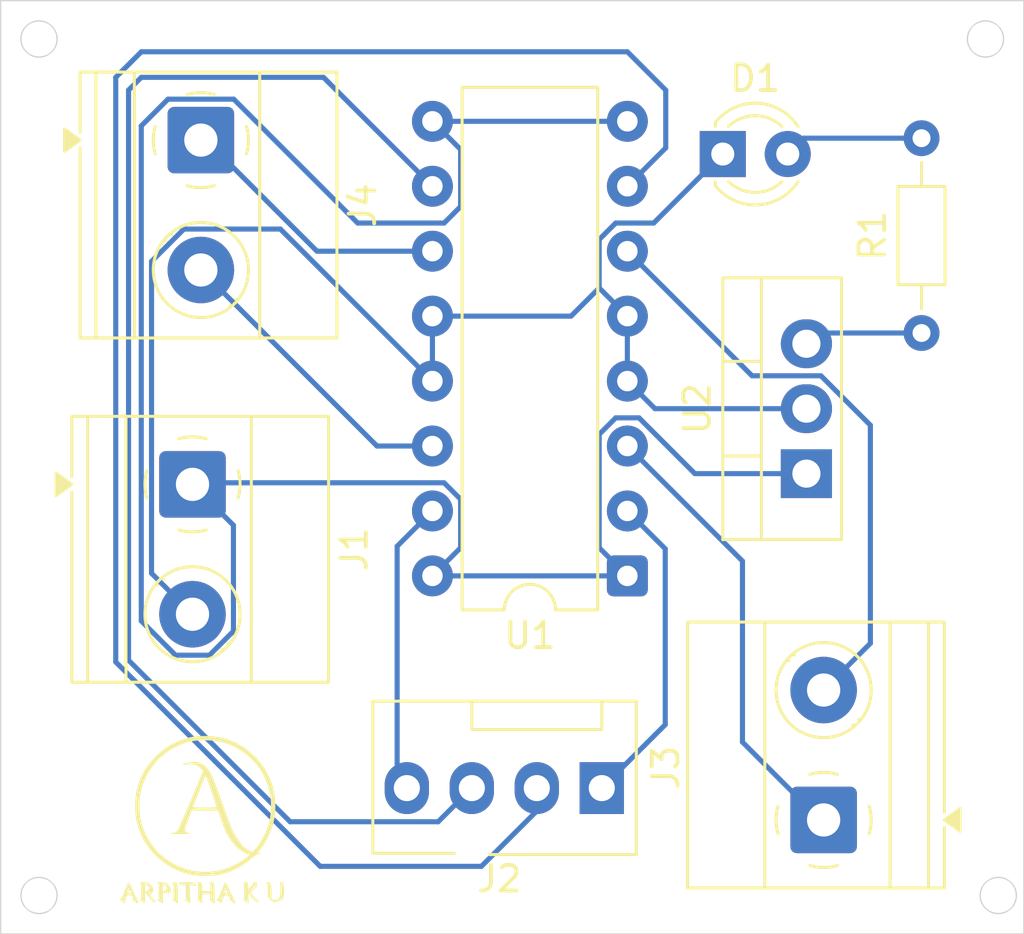
<source format=kicad_pcb>
(kicad_pcb (version 20241229) (generator "pcbnew") (generator_version "9.0")
  (layers (0 "F.Cu" signal) (2 "B.Cu" signal) (13 "F.Paste" user) (15 "B.Paste" user) (5 "F.SilkS" user "F.Silkscreen") (7 "B.SilkS" user "B.Silkscreen") (1 "F.Mask" user) (3 "B.Mask" user) (25 "Edge.Cuts" user))
  (net 0 "")
  (net 1 "Net-(D1-A)")
  (net 2 "GND")
  (net 3 "VCC")
  (net 4 "Net-(J2-Pin_3)")
  (net 5 "Net-(J2-Pin_2)")
  (net 6 "Net-(J2-Pin_4)")
  (net 7 "Net-(J2-Pin_1)")
  (net 8 "Net-(J3-Pin_2)")
  (net 9 "Net-(J3-Pin_1)")
  (net 10 "Net-(J4-Pin_2)")
  (net 11 "Net-(J4-Pin_1)")
  (net 12 "Net-(U2-OUT)")
  (footprint "TerminalBlock_Phoenix:TerminalBlock_Phoenix_MKDS-1,5-2-5.08_1x02_P5.08mm_Horizontal" (layer "F.Cu") (at 149.46 108.125 90)
    (property "Reference" "J3" (at 2.045 -6.1725 90) (layer "F.SilkS"))
    (property "Value" "motor 1")
    (pad "1" thru_hole roundrect (at 0 0 90) (size 2.6 2.6) (drill 1.3) (layers "*.Cu" "*.Mask") (roundrect_rratio 0.096154) (net 9 "Net-(J3-Pin_1)"))
    (pad "2" thru_hole circle (at 5.08 0 90) (size 2.6 2.6) (drill 1.3) (layers "*.Cu" "*.Mask") (net 8 "Net-(J3-Pin_2)"))
  )
  (footprint "Resistor_THT:R_Axial_DIN0204_L3.6mm_D1.6mm_P7.62mm_Horizontal" (layer "F.Cu") (at 153.2875 89.08 90)
    (property "Reference" "R1" (at 3.81 -1.92 90) (layer "F.SilkS"))
    (property "Value" "R")
    (pad "1" thru_hole circle (at 0 0 90) (size 1.4 1.4) (drill 0.7) (layers "*.Cu" "*.Mask") (net 12 "Net-(U2-OUT)"))
    (pad "2" thru_hole oval (at 7.62 0 90) (size 1.4 1.4) (drill 0.7) (layers "*.Cu" "*.Mask") (net 1 "Net-(D1-A)"))
  )
  (footprint "TerminalBlock_Phoenix:TerminalBlock_Phoenix_MKDS-1,5-2-5.08_1x02_P5.08mm_Horizontal" (layer "F.Cu") (at 124.7875 95 -90)
    (property "Reference" "J1" (at 2.54 -6.32 90) (layer "F.SilkS"))
    (property "Value" "Screw_Terminal_01x02")
    (pad "1" thru_hole roundrect (at 0 0 270) (size 2.6 2.6) (drill 1.3) (layers "*.Cu" "*.Mask") (roundrect_rratio 0.096154) (net 3 "VCC"))
    (pad "2" thru_hole circle (at 5.08 0 270) (size 2.6 2.6) (drill 1.3) (layers "*.Cu" "*.Mask") (net 2 "GND"))
  )
  (footprint "Package_TO_SOT_THT:TO-220-3_Vertical" (layer "F.Cu") (at 148.7875 94.58 90)
    (property "Reference" "U2" (at 2.54 -4.27 90) (layer "F.SilkS"))
    (property "Value" "L7805")
    (pad "1" thru_hole rect (at 0 0 90) (size 1.905 2) (drill 1.1) (layers "*.Cu" "*.Mask") (net 3 "VCC"))
    (pad "2" thru_hole oval (at 2.54 0 90) (size 1.905 2) (drill 1.1) (layers "*.Cu" "*.Mask") (net 2 "GND"))
    (pad "3" thru_hole oval (at 5.08 0 90) (size 1.905 2) (drill 1.1) (layers "*.Cu" "*.Mask") (net 12 "Net-(U2-OUT)"))
  )
  (footprint "Connector:FanPinHeader_1x04_P2.54mm_Vertical" (layer "F.Cu") (at 140.7875 106.88 180)
    (property "Reference" "J2" (at 4 -3.55 0) (layer "F.SilkS"))
    (property "Value" "Conn_01x04_Pin")
    (pad "" np_thru_hole circle (at 5.08 -2.16 270) (size 1.1 1.1) (drill 1.1) (layers "*.Cu" "*.Mask"))
    (pad "1" thru_hole rect (at 0 0 270) (size 2.03 1.73) (drill 1.02) (layers "*.Cu" "*.Mask") (net 7 "Net-(J2-Pin_1)"))
    (pad "2" thru_hole oval (at 2.54 0 270) (size 2.03 1.73) (drill 1.02) (layers "*.Cu" "*.Mask") (net 5 "Net-(J2-Pin_2)"))
    (pad "3" thru_hole oval (at 5.08 0 270) (size 2.03 1.73) (drill 1.02) (layers "*.Cu" "*.Mask") (net 4 "Net-(J2-Pin_3)"))
    (pad "4" thru_hole oval (at 7.62 0 270) (size 2.03 1.73) (drill 1.02) (layers "*.Cu" "*.Mask") (net 6 "Net-(J2-Pin_4)"))
  )
  (footprint "LED_THT:LED_D3.0mm" (layer "F.Cu") (at 145.5175 82.08)
    (property "Reference" "D1" (at 1.27 -2.96 0) (layer "F.SilkS"))
    (property "Value" "LED")
    (pad "1" thru_hole rect (at 0 0) (size 1.8 1.8) (drill 0.9) (layers "*.Cu" "*.Mask") (net 2 "GND"))
    (pad "2" thru_hole circle (at 2.54 0) (size 1.8 1.8) (drill 0.9) (layers "*.Cu" "*.Mask") (net 1 "Net-(D1-A)"))
  )
  (footprint "LOGO" (layer "F.Cu") (at 125.2875 107.58)
    (property "Reference" "G***" (hide yes))
    (property "Value" "LOGO" (hide yes))
  )
  (footprint "Package_DIP:DIP-16_W7.62mm" (layer "F.Cu") (at 141.7875 98.58 180)
    (property "Reference" "U1" (at 3.81 -2.33 0) (layer "F.SilkS"))
    (property "Value" "L293D")
    (pad "1" thru_hole roundrect (at 0 0 180) (size 1.6 1.6) (drill 0.8) (layers "*.Cu" "*.Mask") (roundrect_rratio 0.15625) (net 3 "VCC"))
    (pad "2" thru_hole circle (at 0 2.54 180) (size 1.6 1.6) (drill 0.8) (layers "*.Cu" "*.Mask") (net 7 "Net-(J2-Pin_1)"))
    (pad "3" thru_hole circle (at 0 5.08 180) (size 1.6 1.6) (drill 0.8) (layers "*.Cu" "*.Mask") (net 9 "Net-(J3-Pin_1)"))
    (pad "4" thru_hole circle (at 0 7.62 180) (size 1.6 1.6) (drill 0.8) (layers "*.Cu" "*.Mask") (net 2 "GND"))
    (pad "5" thru_hole circle (at 0 10.16 180) (size 1.6 1.6) (drill 0.8) (layers "*.Cu" "*.Mask") (net 2 "GND"))
    (pad "6" thru_hole circle (at 0 12.7 180) (size 1.6 1.6) (drill 0.8) (layers "*.Cu" "*.Mask") (net 8 "Net-(J3-Pin_2)"))
    (pad "7" thru_hole circle (at 0 15.24 180) (size 1.6 1.6) (drill 0.8) (layers "*.Cu" "*.Mask") (net 5 "Net-(J2-Pin_2)"))
    (pad "8" thru_hole circle (at 0 17.78 180) (size 1.6 1.6) (drill 0.8) (layers "*.Cu" "*.Mask") (net 3 "VCC"))
    (pad "9" thru_hole circle (at 7.62 17.78 180) (size 1.6 1.6) (drill 0.8) (layers "*.Cu" "*.Mask") (net 3 "VCC"))
    (pad "10" thru_hole circle (at 7.62 15.24 180) (size 1.6 1.6) (drill 0.8) (layers "*.Cu" "*.Mask") (net 4 "Net-(J2-Pin_3)"))
    (pad "11" thru_hole circle (at 7.62 12.7 180) (size 1.6 1.6) (drill 0.8) (layers "*.Cu" "*.Mask") (net 11 "Net-(J4-Pin_1)"))
    (pad "12" thru_hole circle (at 7.62 10.16 180) (size 1.6 1.6) (drill 0.8) (layers "*.Cu" "*.Mask") (net 2 "GND"))
    (pad "13" thru_hole circle (at 7.62 7.62 180) (size 1.6 1.6) (drill 0.8) (layers "*.Cu" "*.Mask") (net 2 "GND"))
    (pad "14" thru_hole circle (at 7.62 5.08 180) (size 1.6 1.6) (drill 0.8) (layers "*.Cu" "*.Mask") (net 10 "Net-(J4-Pin_2)"))
    (pad "15" thru_hole circle (at 7.62 2.54 180) (size 1.6 1.6) (drill 0.8) (layers "*.Cu" "*.Mask") (net 6 "Net-(J2-Pin_4)"))
    (pad "16" thru_hole circle (at 7.62 0 180) (size 1.6 1.6) (drill 0.8) (layers "*.Cu" "*.Mask") (net 3 "VCC"))
  )
  (footprint "TerminalBlock_Phoenix:TerminalBlock_Phoenix_MKDS-1,5-2-5.08_1x02_P5.08mm_Horizontal" (layer "F.Cu") (at 125.115 81.535 -90)
    (property "Reference" "J4" (at 2.54 -6.32 90) (layer "F.SilkS"))
    (property "Value" "motor 2")
    (pad "1" thru_hole roundrect (at 0 0 270) (size 2.6 2.6) (drill 1.3) (layers "*.Cu" "*.Mask") (roundrect_rratio 0.096154) (net 11 "Net-(J4-Pin_1)"))
    (pad "2" thru_hole circle (at 5.08 0 270) (size 2.6 2.6) (drill 1.3) (layers "*.Cu" "*.Mask") (net 10 "Net-(J4-Pin_2)"))
  )
  (gr_circle (center 118.7875 111.08) (end 118.2875 111.58) (stroke (width 0.05)) (fill no) (layer "Edge.Cuts"))
  (gr_circle (center 156.2875 111.08) (end 155.7875 111.58) (stroke (width 0.05)) (fill no) (layer "Edge.Cuts"))
  (gr_circle (center 118.7875 77.58) (end 118.2875 78.08) (stroke (width 0.05)) (fill no) (layer "Edge.Cuts"))
  (gr_rect (start 117.2875 76.08) (end 157.2875 112.58) (stroke (width 0.05)) (fill no) (layer "Edge.Cuts"))
  (gr_circle (center 155.7875 77.58) (end 155.2875 78.08) (stroke (width 0.05)) (fill no) (layer "Edge.Cuts"))
  (segment (start 153.2875 81.46) (end 148.6775 81.46) (width 0.2) (layer "B.Cu") (net 1))
  (segment (start 148.6775 81.46) (end 148.0575 82.08) (width 0.2) (layer "B.Cu") (net 1))
  (segment (start 140.6865 85.42395) (end 140.6865 87.319) (width 0.2) (layer "B.Cu") (net 2))
  (segment (start 142.8185 84.779) (end 141.33145 84.779) (width 0.2) (layer "B.Cu") (net 2))
  (segment (start 141.33145 84.779) (end 140.6865 85.42395) (width 0.2) (layer "B.Cu") (net 2))
  (segment (start 140.6865 87.319) (end 141.7875 88.42) (width 0.2) (layer "B.Cu") (net 2))
  (segment (start 123.1865 98.479) (end 124.7875 100.08) (width 0.2) (layer "B.Cu") (net 2))
  (segment (start 123.1865 86.279344) (end 123.1865 98.479) (width 0.2) (layer "B.Cu") (net 2))
  (segment (start 145.5175 82.08) (end 142.8185 84.779) (width 0.2) (layer "B.Cu") (net 2))
  (segment (start 128.2215 85.014) (end 124.451844 85.014) (width 0.2) (layer "B.Cu") (net 2))
  (segment (start 124.451844 85.014) (end 123.1865 86.279344) (width 0.2) (layer "B.Cu") (net 2))
  (segment (start 141.7875 90.96) (end 141.7875 88.42) (width 0.2) (layer "B.Cu") (net 2))
  (segment (start 148.7875 92.04) (end 142.8675 92.04) (width 0.2) (layer "B.Cu") (net 2))
  (segment (start 139.5855 88.42) (end 140.6865 87.319) (width 0.2) (layer "B.Cu") (net 2))
  (segment (start 142.8675 92.04) (end 141.7875 90.96) (width 0.2) (layer "B.Cu") (net 2))
  (segment (start 134.1675 88.42) (end 134.1675 90.96) (width 0.2) (layer "B.Cu") (net 2))
  (segment (start 134.1675 88.42) (end 139.5855 88.42) (width 0.2) (layer "B.Cu") (net 2))
  (segment (start 134.1675 90.96) (end 128.2215 85.014) (width 0.2) (layer "B.Cu") (net 2))
  (segment (start 135.2685 81.901) (end 135.2685 84.13405) (width 0.2) (layer "B.Cu") (net 3))
  (segment (start 126.3885 100.743156) (end 126.3885 96.601) (width 0.2) (layer "B.Cu") (net 3))
  (segment (start 142.24355 92.399) (end 144.42455 94.58) (width 0.2) (layer "B.Cu") (net 3))
  (segment (start 125.450656 101.681) (end 126.3885 100.743156) (width 0.2) (layer "B.Cu") (net 3))
  (segment (start 140.6865 97.479) (end 140.6865 93.04395) (width 0.2) (layer "B.Cu") (net 3))
  (segment (start 141.7875 80.8) (end 134.1675 80.8) (width 0.2) (layer "B.Cu") (net 3))
  (segment (start 135.2685 97.479) (end 135.2685 95.58395) (width 0.2) (layer "B.Cu") (net 3))
  (segment (start 134.1675 98.58) (end 141.7875 98.58) (width 0.2) (layer "B.Cu") (net 3))
  (segment (start 122.7855 80.97834) (end 122.7855 100.342156) (width 0.2) (layer "B.Cu") (net 3))
  (segment (start 123.82984 79.934) (end 122.7855 80.97834) (width 0.2) (layer "B.Cu") (net 3))
  (segment (start 134.62355 94.939) (end 124.8485 94.939) (width 0.2) (layer "B.Cu") (net 3))
  (segment (start 126.40016 79.934) (end 123.82984 79.934) (width 0.2) (layer "B.Cu") (net 3))
  (segment (start 122.7855 100.342156) (end 124.124344 101.681) (width 0.2) (layer "B.Cu") (net 3))
  (segment (start 126.3885 96.601) (end 124.7875 95) (width 0.2) (layer "B.Cu") (net 3))
  (segment (start 144.42455 94.58) (end 148.7875 94.58) (width 0.2) (layer "B.Cu") (net 3))
  (segment (start 135.2685 95.58395) (end 134.62355 94.939) (width 0.2) (layer "B.Cu") (net 3))
  (segment (start 141.7875 98.58) (end 140.6865 97.479) (width 0.2) (layer "B.Cu") (net 3))
  (segment (start 134.62355 84.779) (end 131.24516 84.779) (width 0.2) (layer "B.Cu") (net 3))
  (segment (start 134.1675 80.8) (end 135.2685 81.901) (width 0.2) (layer "B.Cu") (net 3))
  (segment (start 124.8485 94.939) (end 124.7875 95) (width 0.2) (layer "B.Cu") (net 3))
  (segment (start 131.24516 84.779) (end 126.40016 79.934) (width 0.2) (layer "B.Cu") (net 3))
  (segment (start 135.2685 84.13405) (end 134.62355 84.779) (width 0.2) (layer "B.Cu") (net 3))
  (segment (start 141.33145 92.399) (end 142.24355 92.399) (width 0.2) (layer "B.Cu") (net 3))
  (segment (start 124.124344 101.681) (end 125.450656 101.681) (width 0.2) (layer "B.Cu") (net 3))
  (segment (start 148.7875 94.58) (end 148.4285 94.939) (width 0.2) (layer "B.Cu") (net 3))
  (segment (start 134.1675 98.58) (end 135.2685 97.479) (width 0.2) (layer "B.Cu") (net 3))
  (segment (start 140.6865 93.04395) (end 141.33145 92.399) (width 0.2) (layer "B.Cu") (net 3))
  (segment (start 122.2875 79.58) (end 122.7875 79.08) (width 0.2) (layer "B.Cu") (net 4))
  (segment (start 128.604527 108.196) (end 122.2875 101.878973) (width 0.2) (layer "B.Cu") (net 4))
  (segment (start 135.7075 106.88) (end 134.3915 108.196) (width 0.2) (layer "B.Cu") (net 4))
  (segment (start 122.7875 79.08) (end 129.9075 79.08) (width 0.2) (layer "B.Cu") (net 4))
  (segment (start 134.3915 108.196) (end 128.604527 108.196) (width 0.2) (layer "B.Cu") (net 4))
  (segment (start 122.2875 101.878973) (end 122.2875 79.58) (width 0.2) (layer "B.Cu") (net 4))
  (segment (start 129.9075 79.08) (end 134.1675 83.34) (width 0.2) (layer "B.Cu") (net 4))
  (segment (start 129.782427 109.941) (end 121.7875 101.946073) (width 0.2) (layer "B.Cu") (net 5))
  (segment (start 138.2475 106.88) (end 138.2475 107.774206) (width 0.2) (layer "B.Cu") (net 5))
  (segment (start 121.7875 79.08) (end 122.7875 78.08) (width 0.2) (layer "B.Cu") (net 5))
  (segment (start 138.2475 107.774206) (end 136.080706 109.941) (width 0.2) (layer "B.Cu") (net 5))
  (segment (start 141.7875 78.08) (end 143.2875 79.58) (width 0.2) (layer "B.Cu") (net 5))
  (segment (start 121.7875 101.946073) (end 121.7875 79.08) (width 0.2) (layer "B.Cu") (net 5))
  (segment (start 143.2875 79.58) (end 143.2875 81.84) (width 0.2) (layer "B.Cu") (net 5))
  (segment (start 143.2875 81.84) (end 141.7875 83.34) (width 0.2) (layer "B.Cu") (net 5))
  (segment (start 136.080706 109.941) (end 129.782427 109.941) (width 0.2) (layer "B.Cu") (net 5))
  (segment (start 122.7875 78.08) (end 141.7875 78.08) (width 0.2) (layer "B.Cu") (net 5))
  (segment (start 133.1675 106.88) (end 132.7875 106.5) (width 0.2) (layer "B.Cu") (net 6))
  (segment (start 132.7875 97.42) (end 134.1675 96.04) (width 0.2) (layer "B.Cu") (net 6))
  (segment (start 132.7875 106.5) (end 132.7875 97.42) (width 0.2) (layer "B.Cu") (net 6))
  (segment (start 143.2685 97.521) (end 141.7875 96.04) (width 0.2) (layer "B.Cu") (net 7))
  (segment (start 140.7875 106.88) (end 143.2685 104.399) (width 0.2) (layer "B.Cu") (net 7))
  (segment (start 143.2685 104.399) (end 143.2685 97.521) (width 0.2) (layer "B.Cu") (net 7))
  (segment (start 149.354218 90.7535) (end 146.661 90.7535) (width 0.2) (layer "B.Cu") (net 8))
  (segment (start 151.2875 92.686782) (end 149.354218 90.7535) (width 0.2) (layer "B.Cu") (net 8))
  (segment (start 146.661 90.7535) (end 141.7875 85.88) (width 0.2) (layer "B.Cu") (net 8))
  (segment (start 149.46 103.045) (end 151.2875 101.2175) (width 0.2) (layer "B.Cu") (net 8))
  (segment (start 151.2875 101.2175) (end 151.2875 92.686782) (width 0.2) (layer "B.Cu") (net 8))
  (segment (start 146.2875 98) (end 141.7875 93.5) (width 0.2) (layer "B.Cu") (net 9))
  (segment (start 146.2875 105.08) (end 146.2875 98) (width 0.2) (layer "B.Cu") (net 9))
  (segment (start 141.961 93.3265) (end 141.7875 93.5) (width 0.2) (layer "B.Cu") (net 9))
  (segment (start 149.3325 108.125) (end 146.2875 105.08) (width 0.2) (layer "B.Cu") (net 9))
  (segment (start 125.115 86.615) (end 132 93.5) (width 0.2) (layer "B.Cu") (net 10))
  (segment (start 132 93.5) (end 134.1675 93.5) (width 0.2) (layer "B.Cu") (net 10))
  (segment (start 129.6546 85.88) (end 134.1675 85.88) (width 0.2) (layer "B.Cu") (net 11))
  (segment (start 125.115 81.535) (end 125.3096 81.535) (width 0.2) (layer "B.Cu") (net 11))
  (segment (start 125.3096 81.535) (end 129.6546 85.88) (width 0.2) (layer "B.Cu") (net 11))
  (segment (start 153.2875 89.08) (end 149.2075 89.08) (width 0.2) (layer "B.Cu") (net 12))
  (segment (start 149.2075 89.08) (end 148.7875 89.5) (width 0.2) (layer "B.Cu") (net 12))
)
</source>
